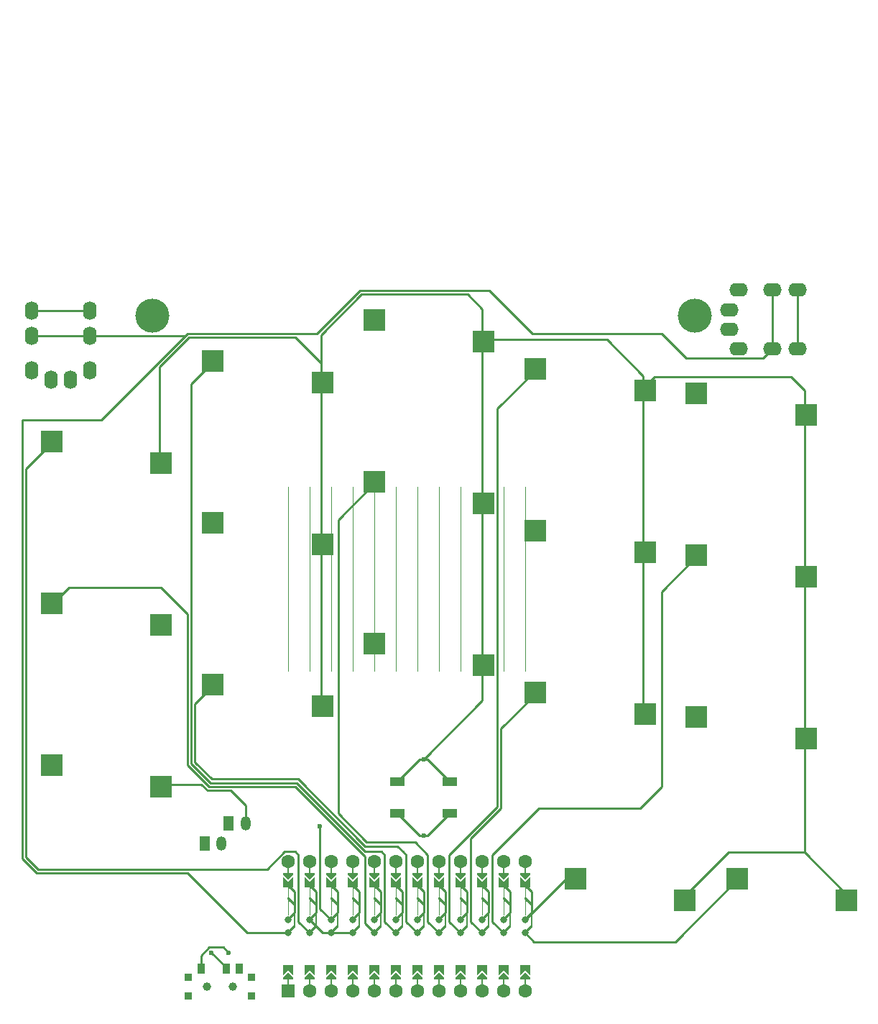
<source format=gbr>
%TF.GenerationSoftware,KiCad,Pcbnew,7.0.0*%
%TF.CreationDate,2023-04-08T11:50:52+01:00*%
%TF.ProjectId,chips-34,63686970-732d-4333-942e-6b696361645f,v1.0.0*%
%TF.SameCoordinates,Original*%
%TF.FileFunction,Copper,L1,Top*%
%TF.FilePolarity,Positive*%
%FSLAX46Y46*%
G04 Gerber Fmt 4.6, Leading zero omitted, Abs format (unit mm)*
G04 Created by KiCad (PCBNEW 7.0.0) date 2023-04-08 11:50:52*
%MOMM*%
%LPD*%
G01*
G04 APERTURE LIST*
G04 Aperture macros list*
%AMFreePoly0*
4,1,50,0.088388,4.152388,0.854389,3.386388,0.867767,3.368517,0.871157,3.365580,0.871925,3.362962,0.875711,3.357906,0.882287,3.327671,0.891000,3.298000,0.891000,0.766000,0.887823,0.743906,0.888144,0.739429,0.886835,0.737032,0.885937,0.730783,0.869213,0.704760,0.854389,0.677612,0.088388,-0.088388,0.064431,-0.106321,0.062500,-0.108253,0.061490,-0.108523,0.059906,-0.109710,
0.044798,-0.112996,0.000000,-0.125000,-0.004652,-0.123753,-0.008917,-0.124682,-0.028634,-0.117327,-0.062500,-0.108253,-0.068172,-0.102580,-0.074910,-0.100068,-0.087486,-0.083266,-0.108253,-0.062500,-0.111163,-0.051638,-0.117119,-0.043683,-0.118510,-0.024217,-0.125000,0.000000,-0.121245,0.014013,-0.122144,0.026571,-0.113772,0.041902,-0.108253,0.062500,-0.108252,0.062500,-0.095631,0.075121,
-0.088388,0.088388,0.641000,0.817777,0.641000,3.246223,-0.088388,3.975612,-0.109710,4.004094,-0.124682,4.072917,-0.100068,4.138910,-0.043683,4.181119,0.026571,4.186144,0.088388,4.152388,0.088388,4.152388,$1*%
%AMFreePoly1*
4,1,6,0.600000,0.200000,0.000000,-0.400000,-0.600000,0.200000,-0.600000,0.400000,0.600000,0.400000,0.600000,0.200000,0.600000,0.200000,$1*%
%AMFreePoly2*
4,1,6,0.600000,-0.250000,-0.600000,-0.250000,-0.600000,1.000000,0.000000,0.400000,0.600000,1.000000,0.600000,-0.250000,0.600000,-0.250000,$1*%
%AMFreePoly3*
4,1,5,0.125000,-0.500000,-0.125000,-0.500000,-0.125000,0.500000,0.125000,0.500000,0.125000,-0.500000,0.125000,-0.500000,$1*%
%AMFreePoly4*
4,1,50,0.088388,4.152388,0.850389,3.390388,0.863767,3.372517,0.867157,3.369580,0.867925,3.366962,0.871711,3.361906,0.878287,3.331671,0.887000,3.302000,0.887000,0.762000,0.883823,0.739906,0.884144,0.735429,0.882835,0.733032,0.881937,0.726783,0.865213,0.700760,0.850389,0.673612,0.088388,-0.088388,0.064431,-0.106321,0.062500,-0.108253,0.061490,-0.108523,0.059906,-0.109710,
0.044798,-0.112996,0.000000,-0.125000,-0.004652,-0.123753,-0.008917,-0.124682,-0.028634,-0.117327,-0.062500,-0.108253,-0.068172,-0.102580,-0.074910,-0.100068,-0.087486,-0.083266,-0.108253,-0.062500,-0.111163,-0.051638,-0.117119,-0.043683,-0.118510,-0.024217,-0.125000,0.000000,-0.121245,0.014013,-0.122144,0.026571,-0.113772,0.041902,-0.108253,0.062500,-0.108252,0.062500,-0.095631,0.075121,
-0.088388,0.088388,0.637000,0.813777,0.637000,3.250223,-0.088388,3.975612,-0.109710,4.004094,-0.124682,4.072917,-0.100068,4.138910,-0.043683,4.181119,0.026571,4.186144,0.088388,4.152388,0.088388,4.152388,$1*%
G04 Aperture macros list end*
%TA.AperFunction,ComponentPad*%
%ADD10O,1.200000X1.700000*%
%TD*%
%TA.AperFunction,ComponentPad*%
%ADD11R,1.200000X1.700000*%
%TD*%
%TA.AperFunction,SMDPad,CuDef*%
%ADD12FreePoly0,0.000000*%
%TD*%
%TA.AperFunction,ComponentPad*%
%ADD13C,1.600000*%
%TD*%
%TA.AperFunction,SMDPad,CuDef*%
%ADD14FreePoly1,180.000000*%
%TD*%
%TA.AperFunction,SMDPad,CuDef*%
%ADD15FreePoly2,180.000000*%
%TD*%
%TA.AperFunction,SMDPad,CuDef*%
%ADD16FreePoly3,180.000000*%
%TD*%
%TA.AperFunction,ComponentPad*%
%ADD17R,1.600000X1.600000*%
%TD*%
%TA.AperFunction,SMDPad,CuDef*%
%ADD18FreePoly2,0.000000*%
%TD*%
%TA.AperFunction,SMDPad,CuDef*%
%ADD19FreePoly3,0.000000*%
%TD*%
%TA.AperFunction,SMDPad,CuDef*%
%ADD20FreePoly1,0.000000*%
%TD*%
%TA.AperFunction,SMDPad,CuDef*%
%ADD21FreePoly4,180.000000*%
%TD*%
%TA.AperFunction,ComponentPad*%
%ADD22C,0.800000*%
%TD*%
%TA.AperFunction,WasherPad*%
%ADD23C,1.000000*%
%TD*%
%TA.AperFunction,SMDPad,CuDef*%
%ADD24R,0.900000X0.900000*%
%TD*%
%TA.AperFunction,SMDPad,CuDef*%
%ADD25R,0.900000X1.250000*%
%TD*%
%TA.AperFunction,SMDPad,CuDef*%
%ADD26R,1.800000X1.100000*%
%TD*%
%TA.AperFunction,ComponentPad*%
%ADD27C,4.000000*%
%TD*%
%TA.AperFunction,ComponentPad*%
%ADD28C,0.600000*%
%TD*%
%TA.AperFunction,SMDPad,CuDef*%
%ADD29R,2.550000X2.500000*%
%TD*%
%TA.AperFunction,ComponentPad*%
%ADD30O,2.200000X1.600000*%
%TD*%
%TA.AperFunction,ComponentPad*%
%ADD31O,1.600000X2.200000*%
%TD*%
%TA.AperFunction,Conductor*%
%ADD32C,0.250000*%
%TD*%
G04 APERTURE END LIST*
D10*
%TO.P,JST2,2*%
%TO.N,GND*%
X16999999Y-1774999D03*
D11*
%TO.P,JST2,1*%
%TO.N,BAT*%
X14999999Y-1774999D03*
%TD*%
%TO.P,JST1,1*%
%TO.N,BAT*%
X12199999Y-4174999D03*
D10*
%TO.P,JST1,2*%
%TO.N,GND*%
X14199999Y-4174999D03*
%TD*%
D12*
%TO.P,MCU1,2*%
%TO.N,GND*%
X24570000Y-13144500D03*
D13*
%TO.P,MCU1,*%
%TO.N,*%
X22030000Y-21526500D03*
X24570000Y-21526500D03*
X27110000Y-21526500D03*
X29650000Y-21526500D03*
X32190000Y-21526500D03*
X34730000Y-21526500D03*
X37270000Y-21526500D03*
X39810000Y-21526500D03*
X42350000Y-21526500D03*
X44890000Y-21526500D03*
X47430000Y-21526500D03*
X49970000Y-21526500D03*
X49970000Y-6286500D03*
X47430000Y-6286500D03*
X44890000Y-6286500D03*
X42350000Y-6286500D03*
X39810000Y-6286500D03*
X37270000Y-6286500D03*
X34730000Y-6286500D03*
X32190000Y-6286500D03*
X29650000Y-6286500D03*
X27110000Y-6286500D03*
X24570000Y-6286500D03*
X22030000Y-6286500D03*
D14*
X22030000Y-19748500D03*
D15*
%TO.P,MCU1,24*%
%TO.N,P1*%
X22030000Y-18732500D03*
D16*
%TO.P,MCU1,*%
%TO.N,*%
X22030000Y-20256500D03*
D17*
X22029999Y-21526499D03*
D16*
X24570000Y-20256500D03*
D14*
X24570000Y-19748500D03*
D15*
%TO.P,MCU1,23*%
%TO.N,matrix_pinky_top*%
X24570000Y-18732500D03*
D16*
%TO.P,MCU1,*%
%TO.N,*%
X27110000Y-20256500D03*
D14*
X27110000Y-19748500D03*
D15*
%TO.P,MCU1,22*%
%TO.N,GND*%
X27110000Y-18732500D03*
D16*
%TO.P,MCU1,*%
%TO.N,*%
X29650000Y-20256500D03*
D14*
X29650000Y-19748500D03*
D15*
%TO.P,MCU1,21*%
%TO.N,GND*%
X29650000Y-18732500D03*
D16*
%TO.P,MCU1,*%
%TO.N,*%
X32190000Y-20256500D03*
D14*
X32190000Y-19748500D03*
D15*
%TO.P,MCU1,20*%
%TO.N,matrix_pinky_home*%
X32190000Y-18732500D03*
D16*
%TO.P,MCU1,*%
%TO.N,*%
X34730000Y-20256500D03*
D14*
X34730000Y-19748500D03*
D15*
%TO.P,MCU1,19*%
%TO.N,matrix_ring_top*%
X34730000Y-18732500D03*
D16*
%TO.P,MCU1,*%
%TO.N,*%
X37270000Y-20256500D03*
D14*
X37270000Y-19748500D03*
D15*
%TO.P,MCU1,18*%
%TO.N,matrix_ring_bottom*%
X37270000Y-18732500D03*
D16*
%TO.P,MCU1,*%
%TO.N,*%
X39810000Y-20256500D03*
D14*
X39810000Y-19748500D03*
D15*
%TO.P,MCU1,17*%
%TO.N,matrix_middle_home*%
X39810000Y-18732500D03*
D16*
%TO.P,MCU1,*%
%TO.N,*%
X42350000Y-20256500D03*
D14*
X42350000Y-19748500D03*
D15*
%TO.P,MCU1,16*%
%TO.N,matrix_index_top*%
X42350000Y-18732500D03*
D16*
%TO.P,MCU1,*%
%TO.N,*%
X44890000Y-20256500D03*
D14*
X44890000Y-19748500D03*
D15*
%TO.P,MCU1,15*%
%TO.N,matrix_index_bottom*%
X44890000Y-18732500D03*
D16*
%TO.P,MCU1,*%
%TO.N,*%
X47430000Y-20256500D03*
D14*
X47430000Y-19748500D03*
D15*
%TO.P,MCU1,14*%
%TO.N,matrix_inner_home*%
X47430000Y-18732500D03*
D16*
%TO.P,MCU1,*%
%TO.N,*%
X49970000Y-20256500D03*
D14*
X49970000Y-19748500D03*
D15*
%TO.P,MCU1,13*%
%TO.N,thumb_resting*%
X49970000Y-18732500D03*
D18*
%TO.P,MCU1,1*%
%TO.N,RAW*%
X22030000Y-9080500D03*
%TO.P,MCU1,3*%
%TO.N,RST*%
X27110000Y-9080500D03*
D19*
%TO.P,MCU1,*%
%TO.N,*%
X27110000Y-7556500D03*
D20*
X27110000Y-8064500D03*
X22030000Y-8064500D03*
D19*
X24570000Y-7556500D03*
D18*
%TO.P,MCU1,2*%
%TO.N,GND*%
X24570000Y-9080500D03*
D19*
%TO.P,MCU1,*%
%TO.N,*%
X22030000Y-7556500D03*
D18*
%TO.P,MCU1,4*%
%TO.N,VCC*%
X29650000Y-9080500D03*
D20*
%TO.P,MCU1,*%
%TO.N,*%
X24570000Y-8064500D03*
X29650000Y-8064500D03*
D18*
%TO.P,MCU1,6*%
%TO.N,matrix_ring_home*%
X34730000Y-9080500D03*
%TO.P,MCU1,7*%
%TO.N,matrix_middle_top*%
X37270000Y-9080500D03*
D19*
%TO.P,MCU1,*%
%TO.N,*%
X49970000Y-7556500D03*
D20*
X37270000Y-8064500D03*
D19*
X44890000Y-7556500D03*
D18*
%TO.P,MCU1,8*%
%TO.N,matrix_middle_bottom*%
X39810000Y-9080500D03*
D19*
%TO.P,MCU1,*%
%TO.N,*%
X37270000Y-7556500D03*
D18*
%TO.P,MCU1,12*%
%TO.N,thumb_squeeze*%
X49970000Y-9080500D03*
D20*
%TO.P,MCU1,*%
%TO.N,*%
X39810000Y-8064500D03*
D19*
X42350000Y-7556500D03*
D20*
X49970000Y-8064500D03*
D19*
X32190000Y-7556500D03*
X39810000Y-7556500D03*
X34730000Y-7556500D03*
D18*
%TO.P,MCU1,9*%
%TO.N,matrix_index_home*%
X42350000Y-9080500D03*
D19*
%TO.P,MCU1,*%
%TO.N,*%
X29650000Y-7556500D03*
D20*
X32190000Y-8064500D03*
X34730000Y-8064500D03*
X42350000Y-8064500D03*
D18*
%TO.P,MCU1,10*%
%TO.N,matrix_inner_top*%
X44890000Y-9080500D03*
D20*
%TO.P,MCU1,*%
%TO.N,*%
X44890000Y-8064500D03*
X47430000Y-8064500D03*
D18*
%TO.P,MCU1,11*%
%TO.N,matrix_inner_bottom*%
X47430000Y-9080500D03*
D19*
%TO.P,MCU1,*%
%TO.N,*%
X47430000Y-7556500D03*
D18*
%TO.P,MCU1,5*%
%TO.N,matrix_pinky_bottom*%
X32190000Y-9080500D03*
D21*
%TO.P,MCU1,23*%
%TO.N,matrix_pinky_top*%
X24570000Y-14668500D03*
D22*
%TO.P,MCU1,2*%
%TO.N,GND*%
X24570000Y-13144500D03*
%TO.P,MCU1,23*%
%TO.N,matrix_pinky_top*%
X24570000Y-14668500D03*
%TO.P,MCU1,24*%
%TO.N,P1*%
X22030000Y-14668500D03*
%TO.P,MCU1,1*%
%TO.N,RAW*%
X22030000Y-13144500D03*
D12*
X22030000Y-13144500D03*
D21*
%TO.P,MCU1,24*%
%TO.N,P1*%
X22030000Y-14668500D03*
D22*
%TO.P,MCU1,22*%
%TO.N,GND*%
X27110000Y-14668500D03*
%TO.P,MCU1,3*%
%TO.N,RST*%
X27110000Y-13144500D03*
D12*
X27110000Y-13144500D03*
D21*
%TO.P,MCU1,22*%
%TO.N,GND*%
X27110000Y-14668500D03*
D22*
%TO.P,MCU1,21*%
X29650000Y-14668500D03*
%TO.P,MCU1,4*%
%TO.N,VCC*%
X29650000Y-13144500D03*
D12*
X29650000Y-13144500D03*
D21*
%TO.P,MCU1,21*%
%TO.N,GND*%
X29650000Y-14668500D03*
D22*
%TO.P,MCU1,20*%
%TO.N,matrix_pinky_home*%
X32190000Y-14668500D03*
%TO.P,MCU1,5*%
%TO.N,matrix_pinky_bottom*%
X32190000Y-13144500D03*
D12*
X32190000Y-13144500D03*
D21*
%TO.P,MCU1,20*%
%TO.N,matrix_pinky_home*%
X32190000Y-14668500D03*
D22*
%TO.P,MCU1,19*%
%TO.N,matrix_ring_top*%
X34730000Y-14668500D03*
%TO.P,MCU1,6*%
%TO.N,matrix_ring_home*%
X34730000Y-13144500D03*
D12*
X34730000Y-13144500D03*
D21*
%TO.P,MCU1,19*%
%TO.N,matrix_ring_top*%
X34730000Y-14668500D03*
D22*
%TO.P,MCU1,18*%
%TO.N,matrix_ring_bottom*%
X37270000Y-14668500D03*
%TO.P,MCU1,7*%
%TO.N,matrix_middle_top*%
X37270000Y-13144500D03*
D12*
X37270000Y-13144500D03*
D21*
%TO.P,MCU1,18*%
%TO.N,matrix_ring_bottom*%
X37270000Y-14668500D03*
D22*
%TO.P,MCU1,17*%
%TO.N,matrix_middle_home*%
X39810000Y-14668500D03*
%TO.P,MCU1,8*%
%TO.N,matrix_middle_bottom*%
X39810000Y-13144500D03*
D12*
X39810000Y-13144500D03*
D21*
%TO.P,MCU1,17*%
%TO.N,matrix_middle_home*%
X39810000Y-14668500D03*
D22*
%TO.P,MCU1,16*%
%TO.N,matrix_index_top*%
X42350000Y-14668500D03*
%TO.P,MCU1,9*%
%TO.N,matrix_index_home*%
X42350000Y-13144500D03*
D12*
X42350000Y-13144500D03*
D21*
%TO.P,MCU1,16*%
%TO.N,matrix_index_top*%
X42350000Y-14668500D03*
D22*
%TO.P,MCU1,15*%
%TO.N,matrix_index_bottom*%
X44890000Y-14668500D03*
%TO.P,MCU1,10*%
%TO.N,matrix_inner_top*%
X44890000Y-13144500D03*
D12*
X44890000Y-13144500D03*
D21*
%TO.P,MCU1,15*%
%TO.N,matrix_index_bottom*%
X44890000Y-14668500D03*
D22*
%TO.P,MCU1,14*%
%TO.N,matrix_inner_home*%
X47430000Y-14668500D03*
%TO.P,MCU1,11*%
%TO.N,matrix_inner_bottom*%
X47430000Y-13144500D03*
D12*
X47430000Y-13144500D03*
D21*
%TO.P,MCU1,14*%
%TO.N,matrix_inner_home*%
X47430000Y-14668500D03*
D22*
%TO.P,MCU1,13*%
%TO.N,thumb_resting*%
X49970000Y-14668500D03*
%TO.P,MCU1,12*%
%TO.N,thumb_squeeze*%
X49970000Y-13144500D03*
D12*
X49970000Y-13144500D03*
D21*
%TO.P,MCU1,13*%
%TO.N,thumb_resting*%
X49970000Y-14668500D03*
%TD*%
D23*
%TO.P,T2,*%
%TO.N,*%
X12500000Y-20975000D03*
X15500000Y-20975000D03*
%TD*%
D24*
%TO.P,T1,*%
%TO.N,*%
X17699999Y-22074999D03*
X17699999Y-19874999D03*
X10299999Y-19874999D03*
X10299999Y-22074999D03*
D25*
%TO.P,T1,3*%
%TO.N,N/C*%
X16249999Y-18899999D03*
%TO.P,T1,2*%
%TO.N,BAT*%
X14749999Y-18899999D03*
%TO.P,T1,1*%
%TO.N,RAW*%
X11749999Y-18899999D03*
D23*
%TO.P,T1,*%
%TO.N,*%
X15500000Y-20975000D03*
X12500000Y-20975000D03*
%TD*%
D26*
%TO.P,B1,1*%
%TO.N,RST*%
X41099999Y-562499D03*
X34899999Y-562499D03*
%TO.P,B1,2*%
%TO.N,GND*%
X41099999Y3137499D03*
X34899999Y3137499D03*
%TD*%
D27*
%TO.P,,h1*%
%TO.N,N/C*%
X6000000Y58000000D03*
%TD*%
%TO.P,,h2*%
%TO.N,N/C*%
X70000000Y58000000D03*
%TD*%
D28*
%TO.P,,1*%
%TO.N,RST*%
X25790000Y-2150000D03*
%TD*%
D29*
%TO.P,S1,1*%
%TO.N,GND*%
X7084999Y2539999D03*
%TO.P,S1,2*%
%TO.N,matrix_pinky_bottom*%
X-5841999Y5079999D03*
%TD*%
%TO.P,S2,1*%
%TO.N,GND*%
X7084999Y21589999D03*
%TO.P,S2,2*%
%TO.N,matrix_pinky_home*%
X-5841999Y24129999D03*
%TD*%
%TO.P,S3,1*%
%TO.N,GND*%
X7084999Y40639999D03*
%TO.P,S3,2*%
%TO.N,matrix_pinky_top*%
X-5841999Y43179999D03*
%TD*%
%TO.P,S4,1*%
%TO.N,GND*%
X26084999Y12064999D03*
%TO.P,S4,2*%
%TO.N,matrix_ring_bottom*%
X13157999Y14604999D03*
%TD*%
%TO.P,S5,1*%
%TO.N,GND*%
X26084999Y31114999D03*
%TO.P,S5,2*%
%TO.N,matrix_ring_home*%
X13157999Y33654999D03*
%TD*%
%TO.P,S6,1*%
%TO.N,GND*%
X26084999Y50164999D03*
%TO.P,S6,2*%
%TO.N,matrix_ring_top*%
X13157999Y52704999D03*
%TD*%
%TO.P,S7,1*%
%TO.N,GND*%
X45084999Y16827499D03*
%TO.P,S7,2*%
%TO.N,matrix_middle_bottom*%
X32157999Y19367499D03*
%TD*%
%TO.P,S8,1*%
%TO.N,GND*%
X45084999Y35877499D03*
%TO.P,S8,2*%
%TO.N,matrix_middle_home*%
X32157999Y38417499D03*
%TD*%
%TO.P,S9,1*%
%TO.N,GND*%
X45084999Y54927499D03*
%TO.P,S9,2*%
%TO.N,matrix_middle_top*%
X32157999Y57467499D03*
%TD*%
%TO.P,S10,1*%
%TO.N,GND*%
X64084999Y11112499D03*
%TO.P,S10,2*%
%TO.N,matrix_index_bottom*%
X51157999Y13652499D03*
%TD*%
%TO.P,S11,1*%
%TO.N,GND*%
X64084999Y30162499D03*
%TO.P,S11,2*%
%TO.N,matrix_index_home*%
X51157999Y32702499D03*
%TD*%
%TO.P,S12,1*%
%TO.N,GND*%
X64084999Y49212499D03*
%TO.P,S12,2*%
%TO.N,matrix_index_top*%
X51157999Y51752499D03*
%TD*%
%TO.P,S13,1*%
%TO.N,GND*%
X83084999Y8254999D03*
%TO.P,S13,2*%
%TO.N,matrix_inner_bottom*%
X70157999Y10794999D03*
%TD*%
%TO.P,S14,1*%
%TO.N,GND*%
X83084999Y27304999D03*
%TO.P,S14,2*%
%TO.N,matrix_inner_home*%
X70157999Y29844999D03*
%TD*%
%TO.P,S15,1*%
%TO.N,GND*%
X83084999Y46354999D03*
%TO.P,S15,2*%
%TO.N,matrix_inner_top*%
X70157999Y48894999D03*
%TD*%
%TO.P,S16,1*%
%TO.N,GND*%
X87847499Y-10794999D03*
%TO.P,S16,2*%
%TO.N,thumb_resting*%
X74920499Y-8254999D03*
%TD*%
%TO.P,S17,1*%
%TO.N,GND*%
X68797499Y-10794999D03*
%TO.P,S17,2*%
%TO.N,thumb_squeeze*%
X55870499Y-8254999D03*
%TD*%
D28*
%TO.P,REF\u002A\u002A,1*%
%TO.N,matrix_pinky_bottom*%
X-5700000Y5000000D03*
%TD*%
%TO.P,REF\u002A\u002A,1*%
%TO.N,matrix_pinky_home*%
X-5700000Y24050000D03*
%TD*%
%TO.P,REF\u002A\u002A,1*%
%TO.N,matrix_pinky_top*%
X-5700000Y43100000D03*
%TD*%
%TO.P,REF\u002A\u002A,1*%
%TO.N,matrix_ring_bottom*%
X13300000Y14525000D03*
%TD*%
%TO.P,REF\u002A\u002A,1*%
%TO.N,matrix_ring_home*%
X13300000Y33575000D03*
%TD*%
%TO.P,REF\u002A\u002A,1*%
%TO.N,matrix_ring_top*%
X13300000Y52625000D03*
%TD*%
%TO.P,REF\u002A\u002A,1*%
%TO.N,matrix_middle_bottom*%
X32300000Y19287500D03*
%TD*%
%TO.P,REF\u002A\u002A,1*%
%TO.N,matrix_middle_home*%
X32300000Y38337500D03*
%TD*%
%TO.P,REF\u002A\u002A,1*%
%TO.N,matrix_middle_top*%
X32300000Y57387500D03*
%TD*%
%TO.P,REF\u002A\u002A,1*%
%TO.N,matrix_index_bottom*%
X51300000Y13572500D03*
%TD*%
%TO.P,REF\u002A\u002A,1*%
%TO.N,matrix_index_home*%
X51300000Y32622500D03*
%TD*%
%TO.P,REF\u002A\u002A,1*%
%TO.N,matrix_index_top*%
X51300000Y51672500D03*
%TD*%
%TO.P,REF\u002A\u002A,1*%
%TO.N,matrix_inner_bottom*%
X70300000Y10715000D03*
%TD*%
%TO.P,REF\u002A\u002A,1*%
%TO.N,matrix_inner_home*%
X70300000Y29765000D03*
%TD*%
%TO.P,REF\u002A\u002A,1*%
%TO.N,matrix_inner_top*%
X70300000Y48815000D03*
%TD*%
%TO.P,REF\u002A\u002A,1*%
%TO.N,thumb_resting*%
X75062500Y-8335000D03*
%TD*%
%TO.P,REF\u002A\u002A,1*%
%TO.N,thumb_squeeze*%
X56012500Y-8335000D03*
%TD*%
%TO.P,REF\u002A\u002A,1*%
%TO.N,GND*%
X6900000Y2800000D03*
%TD*%
%TO.P,REF\u002A\u002A,1*%
%TO.N,GND*%
X6900000Y21850000D03*
%TD*%
%TO.P,REF\u002A\u002A,1*%
%TO.N,GND*%
X6900000Y40900000D03*
%TD*%
%TO.P,REF\u002A\u002A,1*%
%TO.N,GND*%
X25900000Y12325000D03*
%TD*%
%TO.P,REF\u002A\u002A,1*%
%TO.N,GND*%
X25900000Y31375000D03*
%TD*%
%TO.P,REF\u002A\u002A,1*%
%TO.N,GND*%
X25900000Y50425000D03*
%TD*%
%TO.P,REF\u002A\u002A,1*%
%TO.N,GND*%
X44900000Y17087500D03*
%TD*%
%TO.P,REF\u002A\u002A,1*%
%TO.N,GND*%
X44900000Y36137500D03*
%TD*%
%TO.P,REF\u002A\u002A,1*%
%TO.N,GND*%
X44900000Y55187500D03*
%TD*%
%TO.P,REF\u002A\u002A,1*%
%TO.N,GND*%
X63900000Y11372500D03*
%TD*%
%TO.P,REF\u002A\u002A,1*%
%TO.N,GND*%
X63900000Y30422500D03*
%TD*%
%TO.P,REF\u002A\u002A,1*%
%TO.N,GND*%
X63900000Y49472500D03*
%TD*%
%TO.P,REF\u002A\u002A,1*%
%TO.N,GND*%
X82900000Y8515000D03*
%TD*%
%TO.P,REF\u002A\u002A,1*%
%TO.N,GND*%
X82900000Y27565000D03*
%TD*%
%TO.P,REF\u002A\u002A,1*%
%TO.N,GND*%
X82900000Y46615000D03*
%TD*%
%TO.P,REF\u002A\u002A,1*%
%TO.N,GND*%
X87662500Y-10535000D03*
%TD*%
%TO.P,REF\u002A\u002A,1*%
%TO.N,GND*%
X68612500Y-10535000D03*
%TD*%
D30*
%TO.P,TRRS1,1*%
%TO.N,GND*%
X73999999Y58714999D03*
%TO.P,TRRS1,2*%
X75099999Y54114999D03*
%TO.P,TRRS1,3*%
%TO.N,P1*%
X79099999Y54114999D03*
%TO.P,TRRS1,4*%
%TO.N,VCC*%
X82099999Y54114999D03*
%TO.P,TRRS1,1*%
%TO.N,GND*%
X73999999Y56414999D03*
%TO.P,TRRS1,2*%
X75099999Y61014999D03*
%TO.P,TRRS1,3*%
%TO.N,P1*%
X79099999Y61014999D03*
%TO.P,TRRS1,4*%
%TO.N,VCC*%
X82099999Y61014999D03*
%TD*%
D31*
%TO.P,TRRS2,1*%
%TO.N,GND*%
X-5899999Y50499999D03*
%TO.P,TRRS2,2*%
X-1299999Y51599999D03*
%TO.P,TRRS2,3*%
%TO.N,P1*%
X-1299999Y55599999D03*
%TO.P,TRRS2,4*%
%TO.N,VCC*%
X-1299999Y58599999D03*
%TO.P,TRRS2,1*%
%TO.N,GND*%
X-3599999Y50499999D03*
%TO.P,TRRS2,2*%
X-8199999Y51599999D03*
%TO.P,TRRS2,3*%
%TO.N,P1*%
X-8199999Y55599999D03*
%TO.P,TRRS2,4*%
%TO.N,VCC*%
X-8199999Y58599999D03*
%TD*%
D28*
%TO.P,REF\u002A\u002A,1*%
%TO.N,RST*%
X38000000Y-3212500D03*
%TD*%
%TO.P,REF\u002A\u002A,1*%
%TO.N,GND*%
X38000000Y5787500D03*
%TD*%
%TO.P,REF\u002A\u002A,1*%
%TO.N,RAW*%
X15000000Y-16975000D03*
%TD*%
%TO.P,REF\u002A\u002A,1*%
%TO.N,BAT*%
X13000000Y-16975000D03*
%TD*%
D32*
%TO.N,VCC*%
X-1300000Y58600000D02*
X-8200000Y58600000D01*
X82100000Y61015000D02*
X82100000Y54115000D01*
%TO.N,GND*%
X25900000Y50425000D02*
X25900000Y50800000D01*
X6900000Y40900000D02*
X6900000Y51983604D01*
X22860000Y55430000D02*
X25900000Y52390000D01*
X25900000Y50800000D02*
X25900000Y55743604D01*
X6900000Y51983604D02*
X10346396Y55430000D01*
X10346396Y55430000D02*
X22860000Y55430000D01*
X25900000Y52390000D02*
X25900000Y50800000D01*
X25900000Y55743604D02*
X30666396Y60510000D01*
X30666396Y60510000D02*
X43180000Y60510000D01*
X43180000Y60510000D02*
X44900000Y58790000D01*
X44900000Y58790000D02*
X44900000Y55187500D01*
X63900000Y49472500D02*
X65197500Y50770000D01*
X65197500Y50770000D02*
X81310000Y50770000D01*
X81310000Y50770000D02*
X82900000Y49180000D01*
X82900000Y49180000D02*
X82900000Y46615000D01*
X44900000Y55187500D02*
X59610000Y55187500D01*
X59610000Y55187500D02*
X63900000Y50897500D01*
X63900000Y50897500D02*
X63900000Y49472500D01*
X38000000Y5787500D02*
X44900000Y12687500D01*
X44900000Y12687500D02*
X44900000Y17087500D01*
X68612500Y-10535000D02*
X73946650Y-5200850D01*
X73946650Y-5200850D02*
X82900000Y-5200850D01*
X82900000Y8515000D02*
X82900000Y-5200850D01*
X82900000Y-5200850D02*
X87662500Y-9963350D01*
X87662500Y-9963350D02*
X87662500Y-10535000D01*
X82900000Y27565000D02*
X82900000Y8515000D01*
X82900000Y46615000D02*
X82900000Y27565000D01*
X63900000Y30422500D02*
X63900000Y11372500D01*
X63900000Y49472500D02*
X63900000Y30422500D01*
X44900000Y55187500D02*
X44900000Y36137500D01*
X44900000Y36137500D02*
X44900000Y17087500D01*
X25900000Y31375000D02*
X25900000Y12325000D01*
X25900000Y50425000D02*
X25900000Y31375000D01*
X6900000Y2800000D02*
X11803604Y2800000D01*
X11803604Y2800000D02*
X12513604Y2090000D01*
X12513604Y2090000D02*
X15240000Y2090000D01*
X15240000Y2090000D02*
X17000000Y330000D01*
X17000000Y330000D02*
X17000000Y-1775000D01*
%TO.N,matrix_pinky_top*%
X7105000Y-7170000D02*
X19555509Y-7170000D01*
X19555509Y-7170000D02*
X21645509Y-5080000D01*
X21645509Y-5080000D02*
X22860000Y-5080000D01*
X22860000Y-5080000D02*
X23246000Y-5466000D01*
X23246000Y-5466000D02*
X23246000Y-13344500D01*
X23246000Y-13344500D02*
X24570000Y-14668500D01*
%TO.N,matrix_inner_home*%
X46106000Y-5466000D02*
X51572000Y0D01*
X66040000Y25505000D02*
X70300000Y29765000D01*
X51572000Y0D02*
X63500000Y0D01*
X63500000Y0D02*
X66040000Y2540000D01*
X66040000Y2540000D02*
X66040000Y25505000D01*
%TO.N,matrix_index_bottom*%
X44890000Y-14668500D02*
X43566000Y-13344500D01*
X43566000Y-13344500D02*
X43566000Y-3562396D01*
X43566000Y-3562396D02*
X47135000Y6604D01*
X47135000Y6604D02*
X47135000Y9407500D01*
X47135000Y9407500D02*
X51300000Y13572500D01*
%TO.N,matrix_index_top*%
X42350000Y-14668500D02*
X41026000Y-13344500D01*
X41026000Y-13344500D02*
X41026000Y-5466000D01*
X41026000Y-5466000D02*
X46685000Y193000D01*
X46685000Y47057500D02*
X51300000Y51672500D01*
X46685000Y193000D02*
X46685000Y47057500D01*
%TO.N,matrix_ring_bottom*%
X13300000Y14525000D02*
X11060000Y12285000D01*
X11060000Y12285000D02*
X11060000Y10160000D01*
X13072792Y3440000D02*
X11060000Y5452792D01*
X20320000Y3440000D02*
X13072792Y3440000D01*
X11060000Y5452792D02*
X11060000Y10160000D01*
%TO.N,matrix_ring_top*%
X34730000Y-14668500D02*
X33406000Y-13344500D01*
X33406000Y-13344500D02*
X33406000Y-5466000D01*
X33406000Y-5466000D02*
X33020000Y-5080000D01*
X33020000Y-5080000D02*
X31116396Y-5080000D01*
X31116396Y-5080000D02*
X23046396Y2990000D01*
X23046396Y2990000D02*
X12886396Y2990000D01*
X12886396Y2990000D02*
X10610000Y5266396D01*
X10610000Y5266396D02*
X10610000Y49935000D01*
X10610000Y49935000D02*
X13300000Y52625000D01*
%TO.N,matrix_pinky_home*%
X32190000Y-14668500D02*
X31065000Y-13543500D01*
X31065000Y-13543500D02*
X31065000Y-5665000D01*
X31065000Y-5665000D02*
X22860000Y2540000D01*
X22860000Y2540000D02*
X12700000Y2540000D01*
X12700000Y2540000D02*
X10160000Y5080000D01*
X10160000Y5080000D02*
X10160000Y22860000D01*
X10160000Y22860000D02*
X7015000Y26005000D01*
X7015000Y26005000D02*
X-3745000Y26005000D01*
X-3745000Y26005000D02*
X-5700000Y24050000D01*
%TO.N,matrix_pinky_top*%
X7105000Y-7170000D02*
X-7433604Y-7170000D01*
X-7433604Y-7170000D02*
X-8875000Y-5728604D01*
X-8875000Y-5728604D02*
X-8875000Y39925000D01*
X-8875000Y39925000D02*
X-5700000Y43100000D01*
%TO.N,matrix_middle_home*%
X39810000Y-14668500D02*
X38486000Y-13344500D01*
X38486000Y-13344500D02*
X38486000Y-5466000D01*
X38486000Y-5466000D02*
X37013604Y-3993604D01*
X37013604Y-3993604D02*
X31302792Y-3993604D01*
X31302792Y-3993604D02*
X27940000Y-630812D01*
X27940000Y-630812D02*
X27940000Y33977500D01*
X27940000Y33977500D02*
X32300000Y38337500D01*
%TO.N,RST*%
X25786000Y-6019509D02*
X25790000Y-6015509D01*
X25790000Y-6015509D02*
X25790000Y-2150000D01*
%TO.N,matrix_ring_bottom*%
X31116396Y-4443604D02*
X23232792Y3440000D01*
X35560000Y-5080000D02*
X34923604Y-4443604D01*
X34923604Y-4443604D02*
X31116396Y-4443604D01*
X23232792Y3440000D02*
X20320000Y3440000D01*
%TO.N,RST*%
X27110000Y-13144500D02*
X25786000Y-11820500D01*
X25786000Y-11820500D02*
X25786000Y-6019509D01*
%TO.N,thumb_squeeze*%
X49970000Y-13144500D02*
X54779500Y-8335000D01*
X54779500Y-8335000D02*
X56012500Y-8335000D01*
%TO.N,thumb_resting*%
X49970000Y-14668500D02*
X51005400Y-15703900D01*
X51005400Y-15703900D02*
X67693600Y-15703900D01*
X67693600Y-15703900D02*
X75062500Y-8335000D01*
%TO.N,matrix_inner_home*%
X46106000Y-13344500D02*
X46106000Y-5466000D01*
X47430000Y-14668500D02*
X46106000Y-13344500D01*
%TO.N,matrix_ring_bottom*%
X35946000Y-5466000D02*
X35560000Y-5080000D01*
X35946000Y-13344500D02*
X35946000Y-5466000D01*
X37270000Y-14668500D02*
X35946000Y-13344500D01*
%TO.N,GND*%
X27110000Y-14668500D02*
X29650000Y-14668500D01*
X27110000Y-14668500D02*
X26094000Y-14668500D01*
X26094000Y-14668500D02*
X24570000Y-13144500D01*
%TO.N,P1*%
X79100000Y54115000D02*
X79100000Y61015000D01*
X9880000Y55600000D02*
X10160000Y55880000D01*
X-1300000Y55600000D02*
X9880000Y55600000D01*
X25400000Y55880000D02*
X30480000Y60960000D01*
X10160000Y55880000D02*
X25400000Y55880000D01*
X30480000Y60960000D02*
X45720000Y60960000D01*
X68930000Y52990000D02*
X77975000Y52990000D01*
X45720000Y60960000D02*
X50800000Y55880000D01*
X50800000Y55880000D02*
X66040000Y55880000D01*
X66040000Y55880000D02*
X68930000Y52990000D01*
X77975000Y52990000D02*
X79100000Y54115000D01*
X-8200000Y55600000D02*
X-1300000Y55600000D01*
X0Y45720000D02*
X10160000Y55880000D01*
X-9325000Y45720000D02*
X0Y45720000D01*
X-9325000Y-5915000D02*
X-9325000Y2540000D01*
X-7620000Y-7620000D02*
X-9325000Y-5915000D01*
X17208500Y-14668500D02*
X10160000Y-7620000D01*
X22030000Y-14668500D02*
X17208500Y-14668500D01*
X10160000Y-7620000D02*
X-7620000Y-7620000D01*
X-9325000Y2540000D02*
X-9325000Y45720000D01*
%TO.N,RAW*%
X11750000Y-18900000D02*
X11750000Y-17341116D01*
X11750000Y-17341116D02*
X12741116Y-16350000D01*
X12741116Y-16350000D02*
X14375000Y-16350000D01*
X14375000Y-16350000D02*
X15000000Y-16975000D01*
%TO.N,BAT*%
X14750000Y-18900000D02*
X14750000Y-18725000D01*
X14750000Y-18725000D02*
X13000000Y-16975000D01*
%TO.N,RST*%
X38000000Y-3212500D02*
X38450000Y-3212500D01*
X38450000Y-3212500D02*
X41100000Y-562500D01*
X38000000Y-3212500D02*
X37550000Y-3212500D01*
X37550000Y-3212500D02*
X34900000Y-562500D01*
%TO.N,GND*%
X38000000Y5787500D02*
X38450000Y5787500D01*
X38450000Y5787500D02*
X41100000Y3137500D01*
X38000000Y5787500D02*
X37550000Y5787500D01*
X37550000Y5787500D02*
X34900000Y3137500D01*
X63900000Y30422500D02*
X63900000Y30347500D01*
X63900000Y30347500D02*
X64085000Y30162500D01*
%TO.N,matrix_index_home*%
X51300000Y32622500D02*
X51238000Y32622500D01*
X51238000Y32622500D02*
X51158000Y32702500D01*
%TO.N,GND*%
X63900000Y11372500D02*
X63900000Y11297500D01*
X63900000Y11297500D02*
X64085000Y11112500D01*
%TO.N,matrix_index_bottom*%
X51300000Y13572500D02*
X51238000Y13572500D01*
X51238000Y13572500D02*
X51158000Y13652500D01*
%TO.N,GND*%
X68612500Y-10535000D02*
X68612500Y-10610000D01*
X68612500Y-10610000D02*
X68797500Y-10795000D01*
%TO.N,thumb_squeeze*%
X56012500Y-8335000D02*
X55950500Y-8335000D01*
X55950500Y-8335000D02*
X55870500Y-8255000D01*
%TO.N,GND*%
X87662500Y-10535000D02*
X87662500Y-10610000D01*
X87662500Y-10610000D02*
X87847500Y-10795000D01*
%TO.N,thumb_resting*%
X75062500Y-8335000D02*
X75000500Y-8335000D01*
X75000500Y-8335000D02*
X74920500Y-8255000D01*
%TO.N,GND*%
X82900000Y8515000D02*
X82900000Y8440000D01*
X82900000Y8440000D02*
X83085000Y8255000D01*
%TO.N,matrix_inner_bottom*%
X70300000Y10715000D02*
X70238000Y10715000D01*
X70238000Y10715000D02*
X70158000Y10795000D01*
%TO.N,matrix_inner_home*%
X70300000Y29765000D02*
X70238000Y29765000D01*
X70238000Y29765000D02*
X70158000Y29845000D01*
%TO.N,GND*%
X82900000Y27565000D02*
X82900000Y27490000D01*
X82900000Y27490000D02*
X83085000Y27305000D01*
X82900000Y46615000D02*
X82900000Y46540000D01*
X82900000Y46540000D02*
X83085000Y46355000D01*
%TO.N,matrix_inner_top*%
X70300000Y48815000D02*
X70238000Y48815000D01*
X70238000Y48815000D02*
X70158000Y48895000D01*
%TO.N,GND*%
X63900000Y49472500D02*
X63900000Y49397500D01*
X63900000Y49397500D02*
X64085000Y49212500D01*
%TO.N,matrix_index_top*%
X51300000Y51672500D02*
X51238000Y51672500D01*
X51238000Y51672500D02*
X51158000Y51752500D01*
%TO.N,GND*%
X44900000Y55187500D02*
X44900000Y55112500D01*
X44900000Y55112500D02*
X45085000Y54927500D01*
%TO.N,matrix_middle_top*%
X32300000Y57387500D02*
X32238000Y57387500D01*
X32238000Y57387500D02*
X32158000Y57467500D01*
%TO.N,GND*%
X44900000Y36137500D02*
X44900000Y36062500D01*
X44900000Y36062500D02*
X45085000Y35877500D01*
%TO.N,matrix_middle_home*%
X32300000Y38337500D02*
X32238000Y38337500D01*
X32238000Y38337500D02*
X32158000Y38417500D01*
%TO.N,GND*%
X44900000Y17087500D02*
X44900000Y17012500D01*
X44900000Y17012500D02*
X45085000Y16827500D01*
%TO.N,matrix_middle_bottom*%
X32300000Y19287500D02*
X32238000Y19287500D01*
X32238000Y19287500D02*
X32158000Y19367500D01*
%TO.N,GND*%
X25900000Y12325000D02*
X25900000Y12250000D01*
X25900000Y12250000D02*
X26085000Y12065000D01*
%TO.N,matrix_ring_bottom*%
X13300000Y14525000D02*
X13238000Y14525000D01*
X13238000Y14525000D02*
X13158000Y14605000D01*
%TO.N,GND*%
X25900000Y31375000D02*
X25900000Y31300000D01*
X25900000Y31300000D02*
X26085000Y31115000D01*
%TO.N,matrix_ring_home*%
X13300000Y33575000D02*
X13238000Y33575000D01*
X13238000Y33575000D02*
X13158000Y33655000D01*
%TO.N,GND*%
X25900000Y50425000D02*
X25900000Y50350000D01*
X25900000Y50350000D02*
X26085000Y50165000D01*
%TO.N,matrix_ring_top*%
X13300000Y52625000D02*
X13238000Y52625000D01*
X13238000Y52625000D02*
X13158000Y52705000D01*
%TO.N,GND*%
X6900000Y2800000D02*
X6900000Y2725000D01*
X6900000Y2725000D02*
X7085000Y2540000D01*
%TO.N,matrix_pinky_bottom*%
X-5700000Y5000000D02*
X-5762000Y5000000D01*
X-5762000Y5000000D02*
X-5842000Y5080000D01*
%TO.N,GND*%
X6900000Y21850000D02*
X6900000Y21775000D01*
X6900000Y21775000D02*
X7085000Y21590000D01*
%TO.N,matrix_pinky_home*%
X-5700000Y24050000D02*
X-5762000Y24050000D01*
X-5762000Y24050000D02*
X-5842000Y24130000D01*
%TO.N,GND*%
X6900000Y40900000D02*
X6900000Y40825000D01*
X6900000Y40825000D02*
X7085000Y40640000D01*
%TO.N,matrix_pinky_top*%
X-5700000Y43100000D02*
X-5762000Y43100000D01*
X-5762000Y43100000D02*
X-5842000Y43180000D01*
%TD*%
M02*

</source>
